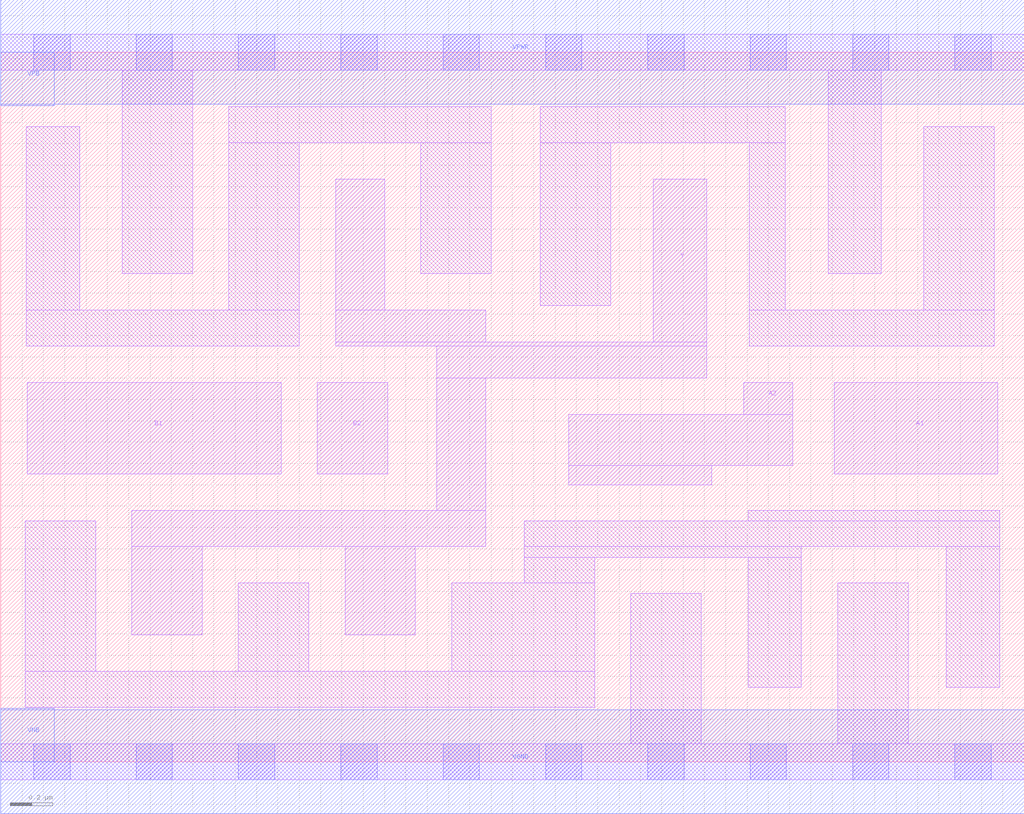
<source format=lef>
# Copyright 2020 The SkyWater PDK Authors
#
# Licensed under the Apache License, Version 2.0 (the "License");
# you may not use this file except in compliance with the License.
# You may obtain a copy of the License at
#
#     https://www.apache.org/licenses/LICENSE-2.0
#
# Unless required by applicable law or agreed to in writing, software
# distributed under the License is distributed on an "AS IS" BASIS,
# WITHOUT WARRANTIES OR CONDITIONS OF ANY KIND, either express or implied.
# See the License for the specific language governing permissions and
# limitations under the License.
#
# SPDX-License-Identifier: Apache-2.0

VERSION 5.5 ;
NAMESCASESENSITIVE ON ;
BUSBITCHARS "[]" ;
DIVIDERCHAR "/" ;
MACRO sky130_fd_sc_hs__o22ai_2
  CLASS CORE ;
  SOURCE USER ;
  ORIGIN  0.000000  0.000000 ;
  SIZE  4.800000 BY  3.330000 ;
  SYMMETRY X Y ;
  SITE unit ;
  PIN A1
    ANTENNAGATEAREA  0.558000 ;
    DIRECTION INPUT ;
    USE SIGNAL ;
    PORT
      LAYER li1 ;
        RECT 3.910000 1.350000 4.675000 1.780000 ;
    END
  END A1
  PIN A2
    ANTENNAGATEAREA  0.558000 ;
    DIRECTION INPUT ;
    USE SIGNAL ;
    PORT
      LAYER li1 ;
        RECT 2.665000 1.300000 3.335000 1.390000 ;
        RECT 2.665000 1.390000 3.715000 1.630000 ;
        RECT 3.485000 1.630000 3.715000 1.780000 ;
    END
  END A2
  PIN B1
    ANTENNAGATEAREA  0.558000 ;
    DIRECTION INPUT ;
    USE SIGNAL ;
    PORT
      LAYER li1 ;
        RECT 0.125000 1.350000 1.315000 1.780000 ;
    END
  END B1
  PIN B2
    ANTENNAGATEAREA  0.558000 ;
    DIRECTION INPUT ;
    USE SIGNAL ;
    PORT
      LAYER li1 ;
        RECT 1.485000 1.350000 1.815000 1.780000 ;
    END
  END B2
  PIN Y
    ANTENNADIFFAREA  1.212200 ;
    DIRECTION OUTPUT ;
    USE SIGNAL ;
    PORT
      LAYER li1 ;
        RECT 0.615000 0.595000 0.945000 1.010000 ;
        RECT 0.615000 1.010000 2.275000 1.180000 ;
        RECT 1.570000 1.950000 3.310000 1.970000 ;
        RECT 1.570000 1.970000 2.275000 2.120000 ;
        RECT 1.570000 2.120000 1.800000 2.735000 ;
        RECT 1.615000 0.595000 1.945000 1.010000 ;
        RECT 2.045000 1.180000 2.275000 1.800000 ;
        RECT 2.045000 1.800000 3.310000 1.950000 ;
        RECT 3.060000 1.970000 3.310000 2.735000 ;
    END
  END Y
  PIN VGND
    DIRECTION INOUT ;
    USE GROUND ;
    PORT
      LAYER met1 ;
        RECT 0.000000 -0.245000 4.800000 0.245000 ;
    END
  END VGND
  PIN VNB
    DIRECTION INOUT ;
    USE GROUND ;
    PORT
    END
  END VNB
  PIN VPB
    DIRECTION INOUT ;
    USE POWER ;
    PORT
    END
  END VPB
  PIN VNB
    DIRECTION INOUT ;
    USE GROUND ;
    PORT
      LAYER met1 ;
        RECT 0.000000 0.000000 0.250000 0.250000 ;
    END
  END VNB
  PIN VPB
    DIRECTION INOUT ;
    USE POWER ;
    PORT
      LAYER met1 ;
        RECT 0.000000 3.080000 0.250000 3.330000 ;
    END
  END VPB
  PIN VPWR
    DIRECTION INOUT ;
    USE POWER ;
    PORT
      LAYER met1 ;
        RECT 0.000000 3.085000 4.800000 3.575000 ;
    END
  END VPWR
  OBS
    LAYER li1 ;
      RECT 0.000000 -0.085000 4.800000 0.085000 ;
      RECT 0.000000  3.245000 4.800000 3.415000 ;
      RECT 0.115000  0.255000 2.785000 0.425000 ;
      RECT 0.115000  0.425000 0.445000 1.130000 ;
      RECT 0.120000  1.950000 1.400000 2.120000 ;
      RECT 0.120000  2.120000 0.370000 2.980000 ;
      RECT 0.570000  2.290000 0.900000 3.245000 ;
      RECT 1.070000  2.120000 1.400000 2.905000 ;
      RECT 1.070000  2.905000 2.300000 3.075000 ;
      RECT 1.115000  0.425000 1.445000 0.840000 ;
      RECT 1.970000  2.290000 2.300000 2.905000 ;
      RECT 2.115000  0.425000 2.785000 0.840000 ;
      RECT 2.455000  0.840000 2.785000 0.960000 ;
      RECT 2.455000  0.960000 3.755000 1.010000 ;
      RECT 2.455000  1.010000 4.685000 1.130000 ;
      RECT 2.530000  2.140000 2.860000 2.905000 ;
      RECT 2.530000  2.905000 3.680000 3.075000 ;
      RECT 2.955000  0.085000 3.285000 0.790000 ;
      RECT 3.505000  0.350000 3.755000 0.960000 ;
      RECT 3.505000  1.130000 4.685000 1.180000 ;
      RECT 3.510000  1.950000 4.660000 2.120000 ;
      RECT 3.510000  2.120000 3.680000 2.905000 ;
      RECT 3.880000  2.290000 4.130000 3.245000 ;
      RECT 3.925000  0.085000 4.255000 0.840000 ;
      RECT 4.330000  2.120000 4.660000 2.980000 ;
      RECT 4.435000  0.350000 4.685000 1.010000 ;
    LAYER mcon ;
      RECT 0.155000 -0.085000 0.325000 0.085000 ;
      RECT 0.155000  3.245000 0.325000 3.415000 ;
      RECT 0.635000 -0.085000 0.805000 0.085000 ;
      RECT 0.635000  3.245000 0.805000 3.415000 ;
      RECT 1.115000 -0.085000 1.285000 0.085000 ;
      RECT 1.115000  3.245000 1.285000 3.415000 ;
      RECT 1.595000 -0.085000 1.765000 0.085000 ;
      RECT 1.595000  3.245000 1.765000 3.415000 ;
      RECT 2.075000 -0.085000 2.245000 0.085000 ;
      RECT 2.075000  3.245000 2.245000 3.415000 ;
      RECT 2.555000 -0.085000 2.725000 0.085000 ;
      RECT 2.555000  3.245000 2.725000 3.415000 ;
      RECT 3.035000 -0.085000 3.205000 0.085000 ;
      RECT 3.035000  3.245000 3.205000 3.415000 ;
      RECT 3.515000 -0.085000 3.685000 0.085000 ;
      RECT 3.515000  3.245000 3.685000 3.415000 ;
      RECT 3.995000 -0.085000 4.165000 0.085000 ;
      RECT 3.995000  3.245000 4.165000 3.415000 ;
      RECT 4.475000 -0.085000 4.645000 0.085000 ;
      RECT 4.475000  3.245000 4.645000 3.415000 ;
  END
END sky130_fd_sc_hs__o22ai_2
END LIBRARY

</source>
